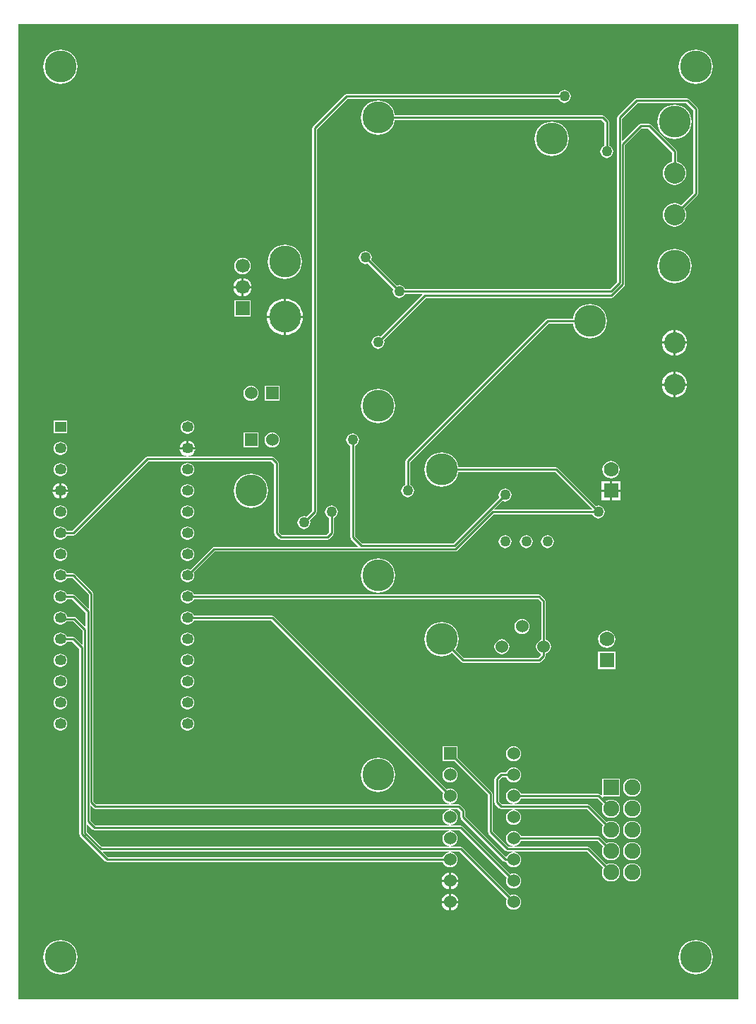
<source format=gbl>
G04 Layer_Physical_Order=2*
G04 Layer_Color=11436288*
%FSLAX25Y25*%
%MOIN*%
G70*
G01*
G75*
%ADD36C,0.01000*%
%ADD37C,0.08000*%
%ADD38C,0.06693*%
%ADD39R,0.06693X0.06693*%
%ADD40R,0.06000X0.06000*%
%ADD41C,0.06000*%
%ADD42R,0.07087X0.07087*%
%ADD43C,0.07000*%
%ADD44C,0.15000*%
%ADD45C,0.05000*%
%ADD46R,0.07500X0.07500*%
%ADD47C,0.07500*%
%ADD48C,0.10000*%
%ADD49R,0.05500X0.05000*%
%ADD50O,0.05500X0.05000*%
G36*
X620000Y90000D02*
X620000Y90000D01*
X620000Y90000D01*
X280000D01*
Y550000D01*
X620000D01*
Y90000D01*
D02*
G37*
%LPC*%
G36*
X360250Y263026D02*
X359750D01*
X358967Y262923D01*
X358237Y262620D01*
X357610Y262140D01*
X357130Y261513D01*
X356827Y260783D01*
X356724Y260000D01*
X356827Y259217D01*
X357130Y258487D01*
X357610Y257860D01*
X358237Y257380D01*
X358967Y257077D01*
X359750Y256974D01*
X360250D01*
X361033Y257077D01*
X361763Y257380D01*
X362390Y257860D01*
X362871Y258487D01*
X363173Y259217D01*
X363276Y260000D01*
X363173Y260783D01*
X362871Y261513D01*
X362390Y262140D01*
X361763Y262620D01*
X361033Y262923D01*
X360250Y263026D01*
D02*
G37*
G36*
X558000Y264035D02*
X556956Y263897D01*
X555983Y263494D01*
X555147Y262853D01*
X554506Y262017D01*
X554103Y261044D01*
X553966Y260000D01*
X554103Y258956D01*
X554506Y257983D01*
X555147Y257147D01*
X555983Y256506D01*
X556956Y256103D01*
X558000Y255965D01*
X559044Y256103D01*
X560017Y256506D01*
X560853Y257147D01*
X561494Y257983D01*
X561897Y258956D01*
X562035Y260000D01*
X561897Y261044D01*
X561494Y262017D01*
X560853Y262853D01*
X560017Y263494D01*
X559044Y263897D01*
X558000Y264035D01*
D02*
G37*
G36*
X518000Y269530D02*
X517086Y269410D01*
X516235Y269057D01*
X515504Y268496D01*
X514943Y267765D01*
X514590Y266914D01*
X514470Y266000D01*
X514590Y265086D01*
X514943Y264235D01*
X515504Y263504D01*
X516235Y262943D01*
X517086Y262590D01*
X518000Y262470D01*
X518914Y262590D01*
X519765Y262943D01*
X520496Y263504D01*
X521057Y264235D01*
X521410Y265086D01*
X521530Y266000D01*
X521410Y266914D01*
X521057Y267765D01*
X520496Y268496D01*
X519765Y269057D01*
X518914Y269410D01*
X518000Y269530D01*
D02*
G37*
G36*
X450000Y298039D02*
X448432Y297884D01*
X446924Y297427D01*
X445534Y296684D01*
X444316Y295684D01*
X443316Y294466D01*
X442573Y293076D01*
X442116Y291568D01*
X441961Y290000D01*
X442116Y288432D01*
X442573Y286924D01*
X443316Y285534D01*
X444316Y284316D01*
X445534Y283316D01*
X446924Y282573D01*
X448432Y282116D01*
X450000Y281961D01*
X451568Y282116D01*
X453076Y282573D01*
X454466Y283316D01*
X455684Y284316D01*
X456684Y285534D01*
X457427Y286924D01*
X457884Y288432D01*
X458039Y290000D01*
X457884Y291568D01*
X457427Y293076D01*
X456684Y294466D01*
X455684Y295684D01*
X454466Y296684D01*
X453076Y297427D01*
X451568Y297884D01*
X450000Y298039D01*
D02*
G37*
G36*
X300250Y293026D02*
X299750D01*
X298967Y292923D01*
X298237Y292620D01*
X297610Y292140D01*
X297130Y291513D01*
X296827Y290783D01*
X296724Y290000D01*
X296827Y289217D01*
X297130Y288487D01*
X297610Y287860D01*
X298237Y287380D01*
X298967Y287077D01*
X299750Y286974D01*
X300250D01*
X301033Y287077D01*
X301763Y287380D01*
X302390Y287860D01*
X302870Y288487D01*
X303075Y288980D01*
X305578D01*
X313480Y281078D01*
Y274615D01*
X313018Y274424D01*
X306721Y280721D01*
X306390Y280942D01*
X306000Y281020D01*
X303075D01*
X302870Y281513D01*
X302390Y282140D01*
X301763Y282621D01*
X301033Y282923D01*
X300250Y283026D01*
X299750D01*
X298967Y282923D01*
X298237Y282621D01*
X297610Y282140D01*
X297130Y281513D01*
X296827Y280783D01*
X296724Y280000D01*
X296827Y279217D01*
X297130Y278487D01*
X297610Y277860D01*
X298237Y277379D01*
X298967Y277077D01*
X299750Y276974D01*
X300250D01*
X301033Y277077D01*
X301763Y277379D01*
X302390Y277860D01*
X302870Y278487D01*
X303075Y278980D01*
X305578D01*
X311980Y272578D01*
Y266115D01*
X311519Y265924D01*
X307100Y270342D01*
X306769Y270563D01*
X306379Y270641D01*
X303191D01*
X303173Y270783D01*
X302870Y271513D01*
X302390Y272140D01*
X301763Y272621D01*
X301033Y272923D01*
X300250Y273026D01*
X299750D01*
X298967Y272923D01*
X298237Y272621D01*
X297610Y272140D01*
X297130Y271513D01*
X296827Y270783D01*
X296724Y270000D01*
X296827Y269217D01*
X297130Y268487D01*
X297610Y267860D01*
X298237Y267379D01*
X298967Y267077D01*
X299750Y266974D01*
X300250D01*
X301033Y267077D01*
X301763Y267379D01*
X302390Y267860D01*
X302870Y268487D01*
X302918Y268602D01*
X305956D01*
X310480Y264078D01*
Y257615D01*
X310018Y257423D01*
X306721Y260721D01*
X306390Y260942D01*
X306000Y261020D01*
X303075D01*
X302870Y261513D01*
X302390Y262140D01*
X301763Y262620D01*
X301033Y262923D01*
X300250Y263026D01*
X299750D01*
X298967Y262923D01*
X298237Y262620D01*
X297610Y262140D01*
X297130Y261513D01*
X296827Y260783D01*
X296724Y260000D01*
X296827Y259217D01*
X297130Y258487D01*
X297610Y257860D01*
X298237Y257380D01*
X298967Y257077D01*
X299750Y256974D01*
X300250D01*
X301033Y257077D01*
X301763Y257380D01*
X302390Y257860D01*
X302870Y258487D01*
X303075Y258980D01*
X305578D01*
X308980Y255578D01*
Y168000D01*
X309058Y167610D01*
X309279Y167279D01*
X321279Y155279D01*
X321610Y155058D01*
X322000Y154980D01*
X480634D01*
X480943Y154235D01*
X481504Y153504D01*
X482235Y152943D01*
X483086Y152590D01*
X484000Y152470D01*
X484914Y152590D01*
X485765Y152943D01*
X486496Y153504D01*
X487057Y154235D01*
X487410Y155086D01*
X487530Y156000D01*
X487410Y156914D01*
X487057Y157765D01*
X486496Y158496D01*
X485765Y159057D01*
X484914Y159410D01*
X484378Y159480D01*
X484411Y159980D01*
X488578D01*
X510899Y137659D01*
X510590Y136914D01*
X510470Y136000D01*
X510590Y135086D01*
X510943Y134235D01*
X511504Y133504D01*
X512235Y132943D01*
X513086Y132590D01*
X514000Y132470D01*
X514914Y132590D01*
X515765Y132943D01*
X516496Y133504D01*
X517057Y134235D01*
X517410Y135086D01*
X517530Y136000D01*
X517410Y136914D01*
X517057Y137765D01*
X516496Y138496D01*
X515765Y139057D01*
X514914Y139410D01*
X514000Y139530D01*
X513086Y139410D01*
X512341Y139101D01*
X489721Y161721D01*
X489390Y161942D01*
X489000Y162020D01*
X484411D01*
X484378Y162520D01*
X484914Y162590D01*
X485765Y162943D01*
X486496Y163504D01*
X487057Y164235D01*
X487410Y165086D01*
X487530Y166000D01*
X487410Y166914D01*
X487057Y167765D01*
X486496Y168496D01*
X485765Y169057D01*
X484914Y169410D01*
X484378Y169480D01*
X484411Y169980D01*
X488578D01*
X510899Y147659D01*
X510590Y146914D01*
X510470Y146000D01*
X510590Y145086D01*
X510943Y144235D01*
X511504Y143504D01*
X512235Y142943D01*
X513086Y142590D01*
X514000Y142470D01*
X514914Y142590D01*
X515765Y142943D01*
X516496Y143504D01*
X517057Y144235D01*
X517410Y145086D01*
X517530Y146000D01*
X517410Y146914D01*
X517057Y147765D01*
X516496Y148496D01*
X515765Y149057D01*
X514914Y149410D01*
X514000Y149530D01*
X513086Y149410D01*
X512341Y149101D01*
X489721Y171721D01*
X489390Y171942D01*
X489000Y172020D01*
X484411D01*
X484378Y172520D01*
X484914Y172590D01*
X485765Y172943D01*
X486496Y173504D01*
X487057Y174235D01*
X487410Y175086D01*
X487530Y176000D01*
X487410Y176914D01*
X487057Y177765D01*
X486496Y178496D01*
X485765Y179057D01*
X484914Y179410D01*
X484378Y179480D01*
X484411Y179980D01*
X487578D01*
X488980Y178578D01*
Y176000D01*
X489058Y175610D01*
X489279Y175279D01*
X509279Y155279D01*
X509610Y155058D01*
X510000Y154980D01*
X510634D01*
X510943Y154235D01*
X511504Y153504D01*
X512235Y152943D01*
X513086Y152590D01*
X514000Y152470D01*
X514914Y152590D01*
X515765Y152943D01*
X516496Y153504D01*
X517057Y154235D01*
X517410Y155086D01*
X517530Y156000D01*
X517410Y156914D01*
X517057Y157765D01*
X516496Y158496D01*
X515765Y159057D01*
X514914Y159410D01*
X514378Y159480D01*
X514411Y159980D01*
X548578D01*
X556343Y152215D01*
X556288Y152143D01*
X555859Y151110D01*
X555713Y150000D01*
X555859Y148890D01*
X556288Y147857D01*
X556969Y146969D01*
X557857Y146288D01*
X558890Y145859D01*
X560000Y145713D01*
X561109Y145859D01*
X562143Y146288D01*
X563031Y146969D01*
X563712Y147857D01*
X564141Y148890D01*
X564287Y150000D01*
X564141Y151110D01*
X563712Y152143D01*
X563031Y153031D01*
X562143Y153712D01*
X561109Y154141D01*
X560000Y154287D01*
X558890Y154141D01*
X557857Y153712D01*
X557785Y153657D01*
X549721Y161721D01*
X549390Y161942D01*
X549000Y162020D01*
X514411D01*
X514378Y162520D01*
X514914Y162590D01*
X515765Y162943D01*
X516496Y163504D01*
X517057Y164235D01*
X517366Y164980D01*
X553578D01*
X556343Y162215D01*
X556288Y162143D01*
X555859Y161109D01*
X555713Y160000D01*
X555859Y158890D01*
X556288Y157857D01*
X556969Y156969D01*
X557857Y156288D01*
X558890Y155859D01*
X560000Y155713D01*
X561109Y155859D01*
X562143Y156288D01*
X563031Y156969D01*
X563712Y157857D01*
X564141Y158890D01*
X564287Y160000D01*
X564141Y161109D01*
X563712Y162143D01*
X563031Y163031D01*
X562143Y163712D01*
X561109Y164141D01*
X560000Y164287D01*
X558890Y164141D01*
X557857Y163712D01*
X557785Y163657D01*
X554721Y166721D01*
X554390Y166942D01*
X554000Y167020D01*
X517366D01*
X517057Y167765D01*
X516496Y168496D01*
X515765Y169057D01*
X514914Y169410D01*
X514000Y169530D01*
X513086Y169410D01*
X512235Y169057D01*
X511504Y168496D01*
X510943Y167765D01*
X510590Y166914D01*
X510470Y166000D01*
X510590Y165086D01*
X510943Y164235D01*
X511504Y163504D01*
X512235Y162943D01*
X513086Y162590D01*
X513622Y162520D01*
X513589Y162020D01*
X511422D01*
X504020Y169422D01*
Y187000D01*
X503942Y187390D01*
X503721Y187721D01*
X487500Y203942D01*
Y209500D01*
X480500D01*
Y202500D01*
X486058D01*
X501980Y186578D01*
Y169000D01*
X502058Y168610D01*
X502279Y168279D01*
X510279Y160279D01*
X510610Y160058D01*
X511000Y159980D01*
X513589D01*
X513622Y159480D01*
X513086Y159410D01*
X512235Y159057D01*
X511504Y158496D01*
X510943Y157765D01*
X510778Y157368D01*
X510189Y157253D01*
X491020Y176422D01*
Y179000D01*
X490942Y179390D01*
X490721Y179721D01*
X488721Y181721D01*
X488390Y181942D01*
X488000Y182020D01*
X484411D01*
X484378Y182520D01*
X484914Y182590D01*
X485765Y182943D01*
X486496Y183504D01*
X487057Y184235D01*
X487410Y185086D01*
X487530Y186000D01*
X487410Y186914D01*
X487057Y187765D01*
X486496Y188496D01*
X485765Y189057D01*
X484914Y189410D01*
X484000Y189530D01*
X483086Y189410D01*
X482341Y189101D01*
X400721Y270721D01*
X400390Y270942D01*
X400000Y271020D01*
X363075D01*
X362871Y271513D01*
X362390Y272140D01*
X361763Y272621D01*
X361033Y272923D01*
X360250Y273026D01*
X359750D01*
X358967Y272923D01*
X358237Y272621D01*
X357610Y272140D01*
X357130Y271513D01*
X356827Y270783D01*
X356724Y270000D01*
X356827Y269217D01*
X357130Y268487D01*
X357610Y267860D01*
X358237Y267379D01*
X358967Y267077D01*
X359750Y266974D01*
X360250D01*
X361033Y267077D01*
X361763Y267379D01*
X362390Y267860D01*
X362871Y268487D01*
X363075Y268980D01*
X399578D01*
X480899Y187659D01*
X480590Y186914D01*
X480470Y186000D01*
X480590Y185086D01*
X480943Y184235D01*
X481504Y183504D01*
X482235Y182943D01*
X483086Y182590D01*
X483622Y182520D01*
X483589Y182020D01*
X316922D01*
X315520Y183422D01*
Y281500D01*
X315442Y281890D01*
X315221Y282221D01*
X306721Y290721D01*
X306390Y290942D01*
X306000Y291020D01*
X303075D01*
X302870Y291513D01*
X302390Y292140D01*
X301763Y292620D01*
X301033Y292923D01*
X300250Y293026D01*
D02*
G37*
G36*
X508500Y260030D02*
X507586Y259910D01*
X506735Y259557D01*
X506004Y258996D01*
X505443Y258265D01*
X505090Y257414D01*
X504970Y256500D01*
X505090Y255586D01*
X505443Y254735D01*
X506004Y254004D01*
X506735Y253443D01*
X507586Y253090D01*
X508500Y252970D01*
X509414Y253090D01*
X510265Y253443D01*
X510996Y254004D01*
X511557Y254735D01*
X511910Y255586D01*
X512030Y256500D01*
X511910Y257414D01*
X511557Y258265D01*
X510996Y258996D01*
X510265Y259557D01*
X509414Y259910D01*
X508500Y260030D01*
D02*
G37*
G36*
X562043Y254043D02*
X553957D01*
Y245957D01*
X562043D01*
Y254043D01*
D02*
G37*
G36*
X360250Y243026D02*
X359750D01*
X358967Y242923D01*
X358237Y242620D01*
X357610Y242140D01*
X357130Y241513D01*
X356827Y240783D01*
X356724Y240000D01*
X356827Y239217D01*
X357130Y238487D01*
X357610Y237860D01*
X358237Y237380D01*
X358967Y237077D01*
X359750Y236974D01*
X360250D01*
X361033Y237077D01*
X361763Y237380D01*
X362390Y237860D01*
X362871Y238487D01*
X363173Y239217D01*
X363276Y240000D01*
X363173Y240783D01*
X362871Y241513D01*
X362390Y242140D01*
X361763Y242620D01*
X361033Y242923D01*
X360250Y243026D01*
D02*
G37*
G36*
X300250Y253026D02*
X299750D01*
X298967Y252923D01*
X298237Y252621D01*
X297610Y252140D01*
X297130Y251513D01*
X296827Y250783D01*
X296724Y250000D01*
X296827Y249217D01*
X297130Y248487D01*
X297610Y247860D01*
X298237Y247379D01*
X298967Y247077D01*
X299750Y246974D01*
X300250D01*
X301033Y247077D01*
X301763Y247379D01*
X302390Y247860D01*
X302870Y248487D01*
X303173Y249217D01*
X303276Y250000D01*
X303173Y250783D01*
X302870Y251513D01*
X302390Y252140D01*
X301763Y252621D01*
X301033Y252923D01*
X300250Y253026D01*
D02*
G37*
G36*
X360250Y283026D02*
X359750D01*
X358967Y282923D01*
X358237Y282621D01*
X357610Y282140D01*
X357130Y281513D01*
X356827Y280783D01*
X356724Y280000D01*
X356827Y279217D01*
X357130Y278487D01*
X357610Y277860D01*
X358237Y277379D01*
X358967Y277077D01*
X359750Y276974D01*
X360250D01*
X361033Y277077D01*
X361763Y277379D01*
X362390Y277860D01*
X362871Y278487D01*
X363075Y278980D01*
X525578D01*
X527165Y277393D01*
Y259866D01*
X526420Y259557D01*
X525689Y258996D01*
X525128Y258265D01*
X524775Y257414D01*
X524655Y256500D01*
X524775Y255586D01*
X525128Y254735D01*
X525689Y254004D01*
X526420Y253443D01*
X526980Y253211D01*
Y252422D01*
X525578Y251020D01*
X490422D01*
X486334Y255108D01*
X486684Y255534D01*
X487427Y256924D01*
X487884Y258432D01*
X488039Y260000D01*
X487884Y261568D01*
X487427Y263076D01*
X486684Y264466D01*
X485684Y265684D01*
X484466Y266684D01*
X483076Y267427D01*
X481568Y267884D01*
X480000Y268039D01*
X478432Y267884D01*
X476924Y267427D01*
X475534Y266684D01*
X474316Y265684D01*
X473316Y264466D01*
X472573Y263076D01*
X472116Y261568D01*
X471961Y260000D01*
X472116Y258432D01*
X472573Y256924D01*
X473316Y255534D01*
X474316Y254316D01*
X475534Y253316D01*
X476924Y252573D01*
X478432Y252116D01*
X480000Y251961D01*
X481568Y252116D01*
X483076Y252573D01*
X484466Y253316D01*
X484892Y253666D01*
X489279Y249279D01*
X489610Y249058D01*
X490000Y248980D01*
X526000D01*
X526390Y249058D01*
X526721Y249279D01*
X528721Y251279D01*
X528942Y251610D01*
X529020Y252000D01*
Y253080D01*
X529099Y253090D01*
X529950Y253443D01*
X530681Y254004D01*
X531242Y254735D01*
X531595Y255586D01*
X531715Y256500D01*
X531595Y257414D01*
X531242Y258265D01*
X530681Y258996D01*
X529950Y259557D01*
X529205Y259866D01*
Y277815D01*
X529127Y278205D01*
X528906Y278536D01*
X526721Y280721D01*
X526390Y280942D01*
X526000Y281020D01*
X363075D01*
X362871Y281513D01*
X362390Y282140D01*
X361763Y282621D01*
X361033Y282923D01*
X360250Y283026D01*
D02*
G37*
G36*
Y253026D02*
X359750D01*
X358967Y252923D01*
X358237Y252621D01*
X357610Y252140D01*
X357130Y251513D01*
X356827Y250783D01*
X356724Y250000D01*
X356827Y249217D01*
X357130Y248487D01*
X357610Y247860D01*
X358237Y247379D01*
X358967Y247077D01*
X359750Y246974D01*
X360250D01*
X361033Y247077D01*
X361763Y247379D01*
X362390Y247860D01*
X362871Y248487D01*
X363173Y249217D01*
X363276Y250000D01*
X363173Y250783D01*
X362871Y251513D01*
X362390Y252140D01*
X361763Y252621D01*
X361033Y252923D01*
X360250Y253026D01*
D02*
G37*
G36*
X300250Y303026D02*
X299750D01*
X298967Y302923D01*
X298237Y302621D01*
X297610Y302140D01*
X297130Y301513D01*
X296827Y300783D01*
X296724Y300000D01*
X296827Y299217D01*
X297130Y298487D01*
X297610Y297860D01*
X298237Y297379D01*
X298967Y297077D01*
X299750Y296974D01*
X300250D01*
X301033Y297077D01*
X301763Y297379D01*
X302390Y297860D01*
X302870Y298487D01*
X303173Y299217D01*
X303276Y300000D01*
X303173Y300783D01*
X302870Y301513D01*
X302390Y302140D01*
X301763Y302621D01*
X301033Y302923D01*
X300250Y303026D01*
D02*
G37*
G36*
X360250Y323026D02*
X359750D01*
X358967Y322923D01*
X358237Y322621D01*
X357610Y322140D01*
X357130Y321513D01*
X356827Y320783D01*
X356724Y320000D01*
X356827Y319217D01*
X357130Y318487D01*
X357610Y317860D01*
X358237Y317379D01*
X358967Y317077D01*
X359750Y316974D01*
X360250D01*
X361033Y317077D01*
X361763Y317379D01*
X362390Y317860D01*
X362871Y318487D01*
X363173Y319217D01*
X363276Y320000D01*
X363173Y320783D01*
X362871Y321513D01*
X362390Y322140D01*
X361763Y322621D01*
X361033Y322923D01*
X360250Y323026D01*
D02*
G37*
G36*
X300250D02*
X299750D01*
X298967Y322923D01*
X298237Y322621D01*
X297610Y322140D01*
X297130Y321513D01*
X296827Y320783D01*
X296724Y320000D01*
X296827Y319217D01*
X297130Y318487D01*
X297610Y317860D01*
X298237Y317379D01*
X298967Y317077D01*
X299750Y316974D01*
X300250D01*
X301033Y317077D01*
X301763Y317379D01*
X302390Y317860D01*
X302870Y318487D01*
X303173Y319217D01*
X303276Y320000D01*
X303173Y320783D01*
X302870Y321513D01*
X302390Y322140D01*
X301763Y322621D01*
X301033Y322923D01*
X300250Y323026D01*
D02*
G37*
G36*
X438000Y357026D02*
X437217Y356923D01*
X436487Y356621D01*
X435860Y356140D01*
X435380Y355513D01*
X435077Y354783D01*
X434974Y354000D01*
X435077Y353217D01*
X435380Y352487D01*
X435860Y351860D01*
X436487Y351379D01*
X436980Y351175D01*
Y308000D01*
X437058Y307610D01*
X437279Y307279D01*
X440577Y303981D01*
X440385Y303520D01*
X372500D01*
X372110Y303442D01*
X371779Y303221D01*
X361350Y292792D01*
X361033Y292923D01*
X360250Y293026D01*
X359750D01*
X358967Y292923D01*
X358237Y292620D01*
X357610Y292140D01*
X357130Y291513D01*
X356827Y290783D01*
X356724Y290000D01*
X356827Y289217D01*
X357130Y288487D01*
X357610Y287860D01*
X358237Y287380D01*
X358967Y287077D01*
X359750Y286974D01*
X360250D01*
X361033Y287077D01*
X361763Y287380D01*
X362390Y287860D01*
X362871Y288487D01*
X363173Y289217D01*
X363276Y290000D01*
X363173Y290783D01*
X362895Y291453D01*
X372922Y301480D01*
X486621D01*
X487011Y301558D01*
X487342Y301779D01*
X504544Y318980D01*
X551175D01*
X551379Y318487D01*
X551860Y317860D01*
X552487Y317379D01*
X553217Y317077D01*
X554000Y316974D01*
X554783Y317077D01*
X555513Y317379D01*
X556140Y317860D01*
X556621Y318487D01*
X556923Y319217D01*
X557026Y320000D01*
X556923Y320783D01*
X556621Y321513D01*
X556140Y322140D01*
X555513Y322621D01*
X554783Y322923D01*
X554000Y323026D01*
X553217Y322923D01*
X552724Y322718D01*
X534721Y340721D01*
X534390Y340942D01*
X534000Y341020D01*
X487938D01*
X487884Y341568D01*
X487427Y343076D01*
X486684Y344466D01*
X485684Y345684D01*
X484466Y346684D01*
X483076Y347427D01*
X481568Y347884D01*
X480000Y348039D01*
X478432Y347884D01*
X476924Y347427D01*
X475534Y346684D01*
X474316Y345684D01*
X473316Y344466D01*
X472573Y343076D01*
X472116Y341568D01*
X471961Y340000D01*
X472116Y338432D01*
X472573Y336924D01*
X473316Y335534D01*
X474316Y334316D01*
X475534Y333316D01*
X476924Y332573D01*
X478432Y332116D01*
X480000Y331961D01*
X481568Y332116D01*
X483076Y332573D01*
X484466Y333316D01*
X485684Y334316D01*
X486684Y335534D01*
X487427Y336924D01*
X487884Y338432D01*
X487938Y338980D01*
X533578D01*
X551039Y321520D01*
X550831Y321020D01*
X505115D01*
X504923Y321481D01*
X508723Y325282D01*
X509217Y325077D01*
X510000Y324974D01*
X510783Y325077D01*
X511513Y325379D01*
X512140Y325860D01*
X512620Y326487D01*
X512923Y327217D01*
X513026Y328000D01*
X512923Y328783D01*
X512620Y329513D01*
X512140Y330140D01*
X511513Y330621D01*
X510783Y330923D01*
X510000Y331026D01*
X509217Y330923D01*
X508487Y330621D01*
X507860Y330140D01*
X507379Y329513D01*
X507077Y328783D01*
X506974Y328000D01*
X507077Y327217D01*
X507282Y326724D01*
X485578Y305020D01*
X442422D01*
X439020Y308422D01*
Y351175D01*
X439513Y351379D01*
X440140Y351860D01*
X440621Y352487D01*
X440923Y353217D01*
X441026Y354000D01*
X440923Y354783D01*
X440621Y355513D01*
X440140Y356140D01*
X439513Y356621D01*
X438783Y356923D01*
X438000Y357026D01*
D02*
G37*
G36*
X559500Y329500D02*
X555457D01*
Y325457D01*
X559500D01*
Y329500D01*
D02*
G37*
G36*
X390000Y338039D02*
X388432Y337884D01*
X386924Y337427D01*
X385534Y336684D01*
X384316Y335684D01*
X383316Y334466D01*
X382573Y333076D01*
X382116Y331568D01*
X381961Y330000D01*
X382116Y328432D01*
X382573Y326924D01*
X383316Y325534D01*
X384316Y324316D01*
X385534Y323316D01*
X386924Y322573D01*
X388432Y322116D01*
X390000Y321961D01*
X391568Y322116D01*
X393076Y322573D01*
X394466Y323316D01*
X395684Y324316D01*
X396684Y325534D01*
X397427Y326924D01*
X397884Y328432D01*
X398039Y330000D01*
X397884Y331568D01*
X397427Y333076D01*
X396684Y334466D01*
X395684Y335684D01*
X394466Y336684D01*
X393076Y337427D01*
X391568Y337884D01*
X390000Y338039D01*
D02*
G37*
G36*
X363714Y349500D02*
X356286D01*
X356340Y349086D01*
X356693Y348235D01*
X357254Y347504D01*
X357985Y346943D01*
X358836Y346590D01*
X359372Y346520D01*
X359339Y346020D01*
X341000D01*
X340610Y345942D01*
X340279Y345721D01*
X305578Y311020D01*
X303075D01*
X302870Y311513D01*
X302390Y312140D01*
X301763Y312620D01*
X301033Y312923D01*
X300250Y313026D01*
X299750D01*
X298967Y312923D01*
X298237Y312620D01*
X297610Y312140D01*
X297130Y311513D01*
X296827Y310783D01*
X296724Y310000D01*
X296827Y309217D01*
X297130Y308487D01*
X297610Y307860D01*
X298237Y307380D01*
X298967Y307077D01*
X299750Y306974D01*
X300250D01*
X301033Y307077D01*
X301763Y307380D01*
X302390Y307860D01*
X302870Y308487D01*
X303075Y308980D01*
X306000D01*
X306390Y309058D01*
X306721Y309279D01*
X341422Y343980D01*
X399578D01*
X400980Y342578D01*
Y310000D01*
X401058Y309610D01*
X401279Y309279D01*
X403279Y307279D01*
X403610Y307058D01*
X404000Y306980D01*
X426000D01*
X426390Y307058D01*
X426721Y307279D01*
X428721Y309279D01*
X428942Y309610D01*
X429020Y310000D01*
Y317175D01*
X429513Y317379D01*
X430140Y317860D01*
X430620Y318487D01*
X430923Y319217D01*
X431026Y320000D01*
X430923Y320783D01*
X430620Y321513D01*
X430140Y322140D01*
X429513Y322621D01*
X428783Y322923D01*
X428000Y323026D01*
X427217Y322923D01*
X426487Y322621D01*
X425860Y322140D01*
X425380Y321513D01*
X425077Y320783D01*
X424974Y320000D01*
X425077Y319217D01*
X425380Y318487D01*
X425860Y317860D01*
X426487Y317379D01*
X426980Y317175D01*
Y310422D01*
X425578Y309020D01*
X404422D01*
X403020Y310422D01*
Y343000D01*
X402942Y343390D01*
X402721Y343721D01*
X400721Y345721D01*
X400390Y345942D01*
X400000Y346020D01*
X360661D01*
X360628Y346520D01*
X361164Y346590D01*
X362015Y346943D01*
X362746Y347504D01*
X363307Y348235D01*
X363660Y349086D01*
X363714Y349500D01*
D02*
G37*
G36*
X510000Y309026D02*
X509217Y308923D01*
X508487Y308621D01*
X507860Y308140D01*
X507379Y307513D01*
X507077Y306783D01*
X506974Y306000D01*
X507077Y305217D01*
X507379Y304487D01*
X507860Y303860D01*
X508487Y303380D01*
X509217Y303077D01*
X510000Y302974D01*
X510783Y303077D01*
X511513Y303380D01*
X512140Y303860D01*
X512620Y304487D01*
X512923Y305217D01*
X513026Y306000D01*
X512923Y306783D01*
X512620Y307513D01*
X512140Y308140D01*
X511513Y308621D01*
X510783Y308923D01*
X510000Y309026D01*
D02*
G37*
G36*
X360250Y303026D02*
X359750D01*
X358967Y302923D01*
X358237Y302621D01*
X357610Y302140D01*
X357130Y301513D01*
X356827Y300783D01*
X356724Y300000D01*
X356827Y299217D01*
X357130Y298487D01*
X357610Y297860D01*
X358237Y297379D01*
X358967Y297077D01*
X359750Y296974D01*
X360250D01*
X361033Y297077D01*
X361763Y297379D01*
X362390Y297860D01*
X362871Y298487D01*
X363173Y299217D01*
X363276Y300000D01*
X363173Y300783D01*
X362871Y301513D01*
X362390Y302140D01*
X361763Y302621D01*
X361033Y302923D01*
X360250Y303026D01*
D02*
G37*
G36*
X520000Y309026D02*
X519217Y308923D01*
X518487Y308621D01*
X517860Y308140D01*
X517380Y307513D01*
X517077Y306783D01*
X516974Y306000D01*
X517077Y305217D01*
X517380Y304487D01*
X517860Y303860D01*
X518487Y303380D01*
X519217Y303077D01*
X520000Y302974D01*
X520783Y303077D01*
X521513Y303380D01*
X522140Y303860D01*
X522620Y304487D01*
X522923Y305217D01*
X523026Y306000D01*
X522923Y306783D01*
X522620Y307513D01*
X522140Y308140D01*
X521513Y308621D01*
X520783Y308923D01*
X520000Y309026D01*
D02*
G37*
G36*
X360250Y313026D02*
X359750D01*
X358967Y312923D01*
X358237Y312620D01*
X357610Y312140D01*
X357130Y311513D01*
X356827Y310783D01*
X356724Y310000D01*
X356827Y309217D01*
X357130Y308487D01*
X357610Y307860D01*
X358237Y307380D01*
X358967Y307077D01*
X359750Y306974D01*
X360250D01*
X361033Y307077D01*
X361763Y307380D01*
X362390Y307860D01*
X362871Y308487D01*
X363173Y309217D01*
X363276Y310000D01*
X363173Y310783D01*
X362871Y311513D01*
X362390Y312140D01*
X361763Y312620D01*
X361033Y312923D01*
X360250Y313026D01*
D02*
G37*
G36*
X530000Y309026D02*
X529217Y308923D01*
X528487Y308621D01*
X527860Y308140D01*
X527380Y307513D01*
X527077Y306783D01*
X526974Y306000D01*
X527077Y305217D01*
X527380Y304487D01*
X527860Y303860D01*
X528487Y303380D01*
X529217Y303077D01*
X530000Y302974D01*
X530783Y303077D01*
X531513Y303380D01*
X532140Y303860D01*
X532620Y304487D01*
X532923Y305217D01*
X533026Y306000D01*
X532923Y306783D01*
X532620Y307513D01*
X532140Y308140D01*
X531513Y308621D01*
X530783Y308923D01*
X530000Y309026D01*
D02*
G37*
G36*
X300250Y243026D02*
X299750D01*
X298967Y242923D01*
X298237Y242620D01*
X297610Y242140D01*
X297130Y241513D01*
X296827Y240783D01*
X296724Y240000D01*
X296827Y239217D01*
X297130Y238487D01*
X297610Y237860D01*
X298237Y237380D01*
X298967Y237077D01*
X299750Y236974D01*
X300250D01*
X301033Y237077D01*
X301763Y237380D01*
X302390Y237860D01*
X302870Y238487D01*
X303173Y239217D01*
X303276Y240000D01*
X303173Y240783D01*
X302870Y241513D01*
X302390Y242140D01*
X301763Y242620D01*
X301033Y242923D01*
X300250Y243026D01*
D02*
G37*
G36*
X487969Y145500D02*
X484500D01*
Y142031D01*
X485044Y142103D01*
X486017Y142506D01*
X486853Y143147D01*
X487494Y143983D01*
X487897Y144956D01*
X487969Y145500D01*
D02*
G37*
G36*
X483500D02*
X480031D01*
X480103Y144956D01*
X480506Y143983D01*
X481147Y143147D01*
X481983Y142506D01*
X482956Y142103D01*
X483500Y142031D01*
Y145500D01*
D02*
G37*
G36*
X570000Y154287D02*
X568890Y154141D01*
X567857Y153712D01*
X566969Y153031D01*
X566288Y152143D01*
X565859Y151110D01*
X565713Y150000D01*
X565859Y148890D01*
X566288Y147857D01*
X566969Y146969D01*
X567857Y146288D01*
X568890Y145859D01*
X570000Y145713D01*
X571109Y145859D01*
X572143Y146288D01*
X573031Y146969D01*
X573712Y147857D01*
X574141Y148890D01*
X574287Y150000D01*
X574141Y151110D01*
X573712Y152143D01*
X573031Y153031D01*
X572143Y153712D01*
X571109Y154141D01*
X570000Y154287D01*
D02*
G37*
G36*
X484500Y149969D02*
Y146500D01*
X487969D01*
X487897Y147044D01*
X487494Y148017D01*
X486853Y148853D01*
X486017Y149494D01*
X485044Y149897D01*
X484500Y149969D01*
D02*
G37*
G36*
X483500D02*
X482956Y149897D01*
X481983Y149494D01*
X481147Y148853D01*
X480506Y148017D01*
X480103Y147044D01*
X480031Y146500D01*
X483500D01*
Y149969D01*
D02*
G37*
G36*
X484500Y139969D02*
Y136500D01*
X487969D01*
X487897Y137044D01*
X487494Y138017D01*
X486853Y138853D01*
X486017Y139494D01*
X485044Y139897D01*
X484500Y139969D01*
D02*
G37*
G36*
X600000Y118039D02*
X598432Y117884D01*
X596924Y117427D01*
X595534Y116684D01*
X594316Y115684D01*
X593316Y114466D01*
X592573Y113076D01*
X592116Y111568D01*
X591961Y110000D01*
X592116Y108432D01*
X592573Y106924D01*
X593316Y105534D01*
X594316Y104316D01*
X595534Y103316D01*
X596924Y102573D01*
X598432Y102116D01*
X600000Y101961D01*
X601568Y102116D01*
X603076Y102573D01*
X604466Y103316D01*
X605684Y104316D01*
X606684Y105534D01*
X607427Y106924D01*
X607884Y108432D01*
X608039Y110000D01*
X607884Y111568D01*
X607427Y113076D01*
X606684Y114466D01*
X605684Y115684D01*
X604466Y116684D01*
X603076Y117427D01*
X601568Y117884D01*
X600000Y118039D01*
D02*
G37*
G36*
X300000D02*
X298432Y117884D01*
X296924Y117427D01*
X295534Y116684D01*
X294316Y115684D01*
X293316Y114466D01*
X292573Y113076D01*
X292116Y111568D01*
X291961Y110000D01*
X292116Y108432D01*
X292573Y106924D01*
X293316Y105534D01*
X294316Y104316D01*
X295534Y103316D01*
X296924Y102573D01*
X298432Y102116D01*
X300000Y101961D01*
X301568Y102116D01*
X303076Y102573D01*
X304466Y103316D01*
X305684Y104316D01*
X306684Y105534D01*
X307427Y106924D01*
X307884Y108432D01*
X308039Y110000D01*
X307884Y111568D01*
X307427Y113076D01*
X306684Y114466D01*
X305684Y115684D01*
X304466Y116684D01*
X303076Y117427D01*
X301568Y117884D01*
X300000Y118039D01*
D02*
G37*
G36*
X483500Y135500D02*
X480031D01*
X480103Y134956D01*
X480506Y133983D01*
X481147Y133147D01*
X481983Y132506D01*
X482956Y132103D01*
X483500Y132031D01*
Y135500D01*
D02*
G37*
G36*
Y139969D02*
X482956Y139897D01*
X481983Y139494D01*
X481147Y138853D01*
X480506Y138017D01*
X480103Y137044D01*
X480031Y136500D01*
X483500D01*
Y139969D01*
D02*
G37*
G36*
X487969Y135500D02*
X484500D01*
Y132031D01*
X485044Y132103D01*
X486017Y132506D01*
X486853Y133147D01*
X487494Y133983D01*
X487897Y134956D01*
X487969Y135500D01*
D02*
G37*
G36*
X570000Y164287D02*
X568890Y164141D01*
X567857Y163712D01*
X566969Y163031D01*
X566288Y162143D01*
X565859Y161109D01*
X565713Y160000D01*
X565859Y158890D01*
X566288Y157857D01*
X566969Y156969D01*
X567857Y156288D01*
X568890Y155859D01*
X570000Y155713D01*
X571109Y155859D01*
X572143Y156288D01*
X573031Y156969D01*
X573712Y157857D01*
X574141Y158890D01*
X574287Y160000D01*
X574141Y161109D01*
X573712Y162143D01*
X573031Y163031D01*
X572143Y163712D01*
X571109Y164141D01*
X570000Y164287D01*
D02*
G37*
G36*
X300250Y223026D02*
X299750D01*
X298967Y222923D01*
X298237Y222621D01*
X297610Y222140D01*
X297130Y221513D01*
X296827Y220783D01*
X296724Y220000D01*
X296827Y219217D01*
X297130Y218487D01*
X297610Y217860D01*
X298237Y217379D01*
X298967Y217077D01*
X299750Y216974D01*
X300250D01*
X301033Y217077D01*
X301763Y217379D01*
X302390Y217860D01*
X302870Y218487D01*
X303173Y219217D01*
X303276Y220000D01*
X303173Y220783D01*
X302870Y221513D01*
X302390Y222140D01*
X301763Y222621D01*
X301033Y222923D01*
X300250Y223026D01*
D02*
G37*
G36*
X514000Y209530D02*
X513086Y209410D01*
X512235Y209057D01*
X511504Y208496D01*
X510943Y207765D01*
X510590Y206914D01*
X510470Y206000D01*
X510590Y205086D01*
X510943Y204235D01*
X511504Y203504D01*
X512235Y202943D01*
X513086Y202590D01*
X514000Y202470D01*
X514914Y202590D01*
X515765Y202943D01*
X516496Y203504D01*
X517057Y204235D01*
X517410Y205086D01*
X517530Y206000D01*
X517410Y206914D01*
X517057Y207765D01*
X516496Y208496D01*
X515765Y209057D01*
X514914Y209410D01*
X514000Y209530D01*
D02*
G37*
G36*
X360250Y223026D02*
X359750D01*
X358967Y222923D01*
X358237Y222621D01*
X357610Y222140D01*
X357130Y221513D01*
X356827Y220783D01*
X356724Y220000D01*
X356827Y219217D01*
X357130Y218487D01*
X357610Y217860D01*
X358237Y217379D01*
X358967Y217077D01*
X359750Y216974D01*
X360250D01*
X361033Y217077D01*
X361763Y217379D01*
X362390Y217860D01*
X362871Y218487D01*
X363173Y219217D01*
X363276Y220000D01*
X363173Y220783D01*
X362871Y221513D01*
X362390Y222140D01*
X361763Y222621D01*
X361033Y222923D01*
X360250Y223026D01*
D02*
G37*
G36*
Y233026D02*
X359750D01*
X358967Y232923D01*
X358237Y232621D01*
X357610Y232140D01*
X357130Y231513D01*
X356827Y230783D01*
X356724Y230000D01*
X356827Y229217D01*
X357130Y228487D01*
X357610Y227860D01*
X358237Y227379D01*
X358967Y227077D01*
X359750Y226974D01*
X360250D01*
X361033Y227077D01*
X361763Y227379D01*
X362390Y227860D01*
X362871Y228487D01*
X363173Y229217D01*
X363276Y230000D01*
X363173Y230783D01*
X362871Y231513D01*
X362390Y232140D01*
X361763Y232621D01*
X361033Y232923D01*
X360250Y233026D01*
D02*
G37*
G36*
X300250D02*
X299750D01*
X298967Y232923D01*
X298237Y232621D01*
X297610Y232140D01*
X297130Y231513D01*
X296827Y230783D01*
X296724Y230000D01*
X296827Y229217D01*
X297130Y228487D01*
X297610Y227860D01*
X298237Y227379D01*
X298967Y227077D01*
X299750Y226974D01*
X300250D01*
X301033Y227077D01*
X301763Y227379D01*
X302390Y227860D01*
X302870Y228487D01*
X303173Y229217D01*
X303276Y230000D01*
X303173Y230783D01*
X302870Y231513D01*
X302390Y232140D01*
X301763Y232621D01*
X301033Y232923D01*
X300250Y233026D01*
D02*
G37*
G36*
X514000Y199530D02*
X513086Y199410D01*
X512235Y199057D01*
X511504Y198496D01*
X510943Y197765D01*
X510634Y197020D01*
X508000D01*
X507610Y196942D01*
X507279Y196721D01*
X505279Y194721D01*
X505058Y194390D01*
X504980Y194000D01*
Y183000D01*
X505058Y182610D01*
X505279Y182279D01*
X507279Y180279D01*
X507610Y180058D01*
X508000Y179980D01*
X513589D01*
X513622Y179480D01*
X513086Y179410D01*
X512235Y179057D01*
X511504Y178496D01*
X510943Y177765D01*
X510590Y176914D01*
X510470Y176000D01*
X510590Y175086D01*
X510943Y174235D01*
X511504Y173504D01*
X512235Y172943D01*
X513086Y172590D01*
X514000Y172470D01*
X514914Y172590D01*
X515765Y172943D01*
X516496Y173504D01*
X517057Y174235D01*
X517410Y175086D01*
X517530Y176000D01*
X517410Y176914D01*
X517057Y177765D01*
X516496Y178496D01*
X515765Y179057D01*
X514914Y179410D01*
X514378Y179480D01*
X514411Y179980D01*
X548578D01*
X556343Y172215D01*
X556288Y172143D01*
X555859Y171109D01*
X555713Y170000D01*
X555859Y168891D01*
X556288Y167857D01*
X556969Y166969D01*
X557857Y166288D01*
X558890Y165859D01*
X560000Y165713D01*
X561109Y165859D01*
X562143Y166288D01*
X563031Y166969D01*
X563712Y167857D01*
X564141Y168891D01*
X564287Y170000D01*
X564141Y171109D01*
X563712Y172143D01*
X563031Y173031D01*
X562143Y173712D01*
X561109Y174141D01*
X560000Y174287D01*
X558890Y174141D01*
X557857Y173712D01*
X557785Y173657D01*
X549721Y181721D01*
X549390Y181942D01*
X549000Y182020D01*
X514411D01*
X514378Y182520D01*
X514914Y182590D01*
X515765Y182943D01*
X516496Y183504D01*
X517057Y184235D01*
X517366Y184980D01*
X553578D01*
X556343Y182215D01*
X556288Y182143D01*
X555859Y181109D01*
X555713Y180000D01*
X555859Y178891D01*
X556288Y177857D01*
X556969Y176969D01*
X557857Y176288D01*
X558890Y175859D01*
X560000Y175713D01*
X561109Y175859D01*
X562143Y176288D01*
X563031Y176969D01*
X563712Y177857D01*
X564141Y178891D01*
X564287Y180000D01*
X564141Y181109D01*
X563712Y182143D01*
X563031Y183031D01*
X562143Y183712D01*
X561109Y184141D01*
X560000Y184287D01*
X558890Y184141D01*
X557857Y183712D01*
X557785Y183657D01*
X556192Y185250D01*
X556399Y185750D01*
X564250D01*
Y194250D01*
X555750D01*
Y186399D01*
X555250Y186192D01*
X554721Y186721D01*
X554390Y186942D01*
X554000Y187020D01*
X517366D01*
X517057Y187765D01*
X516496Y188496D01*
X515765Y189057D01*
X514914Y189410D01*
X514000Y189530D01*
X513086Y189410D01*
X512235Y189057D01*
X511504Y188496D01*
X510943Y187765D01*
X510590Y186914D01*
X510470Y186000D01*
X510590Y185086D01*
X510943Y184235D01*
X511504Y183504D01*
X512235Y182943D01*
X513086Y182590D01*
X513622Y182520D01*
X513589Y182020D01*
X508422D01*
X507020Y183422D01*
Y193578D01*
X508422Y194980D01*
X510634D01*
X510943Y194235D01*
X511504Y193504D01*
X512235Y192943D01*
X513086Y192590D01*
X514000Y192470D01*
X514914Y192590D01*
X515765Y192943D01*
X516496Y193504D01*
X517057Y194235D01*
X517410Y195086D01*
X517530Y196000D01*
X517410Y196914D01*
X517057Y197765D01*
X516496Y198496D01*
X515765Y199057D01*
X514914Y199410D01*
X514000Y199530D01*
D02*
G37*
G36*
X570000Y184287D02*
X568890Y184141D01*
X567857Y183712D01*
X566969Y183031D01*
X566288Y182143D01*
X565859Y181109D01*
X565713Y180000D01*
X565859Y178891D01*
X566288Y177857D01*
X566969Y176969D01*
X567857Y176288D01*
X568890Y175859D01*
X570000Y175713D01*
X571109Y175859D01*
X572143Y176288D01*
X573031Y176969D01*
X573712Y177857D01*
X574141Y178891D01*
X574287Y180000D01*
X574141Y181109D01*
X573712Y182143D01*
X573031Y183031D01*
X572143Y183712D01*
X571109Y184141D01*
X570000Y184287D01*
D02*
G37*
G36*
Y174287D02*
X568890Y174141D01*
X567857Y173712D01*
X566969Y173031D01*
X566288Y172143D01*
X565859Y171109D01*
X565713Y170000D01*
X565859Y168891D01*
X566288Y167857D01*
X566969Y166969D01*
X567857Y166288D01*
X568890Y165859D01*
X570000Y165713D01*
X571109Y165859D01*
X572143Y166288D01*
X573031Y166969D01*
X573712Y167857D01*
X574141Y168891D01*
X574287Y170000D01*
X574141Y171109D01*
X573712Y172143D01*
X573031Y173031D01*
X572143Y173712D01*
X571109Y174141D01*
X570000Y174287D01*
D02*
G37*
G36*
Y194287D02*
X568890Y194141D01*
X567857Y193712D01*
X566969Y193031D01*
X566288Y192143D01*
X565859Y191110D01*
X565713Y190000D01*
X565859Y188891D01*
X566288Y187857D01*
X566969Y186969D01*
X567857Y186288D01*
X568890Y185859D01*
X570000Y185713D01*
X571109Y185859D01*
X572143Y186288D01*
X573031Y186969D01*
X573712Y187857D01*
X574141Y188891D01*
X574287Y190000D01*
X574141Y191110D01*
X573712Y192143D01*
X573031Y193031D01*
X572143Y193712D01*
X571109Y194141D01*
X570000Y194287D01*
D02*
G37*
G36*
X484000Y199530D02*
X483086Y199410D01*
X482235Y199057D01*
X481504Y198496D01*
X480943Y197765D01*
X480590Y196914D01*
X480470Y196000D01*
X480590Y195086D01*
X480943Y194235D01*
X481504Y193504D01*
X482235Y192943D01*
X483086Y192590D01*
X484000Y192470D01*
X484914Y192590D01*
X485765Y192943D01*
X486496Y193504D01*
X487057Y194235D01*
X487410Y195086D01*
X487530Y196000D01*
X487410Y196914D01*
X487057Y197765D01*
X486496Y198496D01*
X485765Y199057D01*
X484914Y199410D01*
X484000Y199530D01*
D02*
G37*
G36*
X450000Y204039D02*
X448432Y203884D01*
X446924Y203427D01*
X445534Y202684D01*
X444316Y201684D01*
X443316Y200466D01*
X442573Y199076D01*
X442116Y197568D01*
X441961Y196000D01*
X442116Y194432D01*
X442573Y192924D01*
X443316Y191534D01*
X444316Y190316D01*
X445534Y189316D01*
X446924Y188573D01*
X448432Y188116D01*
X450000Y187961D01*
X451568Y188116D01*
X453076Y188573D01*
X454466Y189316D01*
X455684Y190316D01*
X456684Y191534D01*
X457427Y192924D01*
X457884Y194432D01*
X458039Y196000D01*
X457884Y197568D01*
X457427Y199076D01*
X456684Y200466D01*
X455684Y201684D01*
X454466Y202684D01*
X453076Y203427D01*
X451568Y203884D01*
X450000Y204039D01*
D02*
G37*
G36*
X564543Y329500D02*
X560500D01*
Y325457D01*
X564543D01*
Y329500D01*
D02*
G37*
G36*
X405500Y420492D02*
X404334Y420377D01*
X402731Y419891D01*
X401255Y419102D01*
X399960Y418040D01*
X398898Y416745D01*
X398109Y415269D01*
X397623Y413666D01*
X397508Y412500D01*
X405500D01*
Y420492D01*
D02*
G37*
G36*
X389846Y419846D02*
X382154D01*
Y412154D01*
X389846D01*
Y419846D01*
D02*
G37*
G36*
X414492Y411500D02*
X406500D01*
Y403508D01*
X407666Y403623D01*
X409269Y404109D01*
X410745Y404898D01*
X412040Y405961D01*
X413102Y407255D01*
X413891Y408731D01*
X414377Y410334D01*
X414492Y411500D01*
D02*
G37*
G36*
X390318Y425500D02*
X386500D01*
Y421682D01*
X387135Y421765D01*
X388192Y422203D01*
X389100Y422900D01*
X389797Y423808D01*
X390235Y424865D01*
X390318Y425500D01*
D02*
G37*
G36*
X385500D02*
X381682D01*
X381765Y424865D01*
X382203Y423808D01*
X382900Y422900D01*
X383808Y422203D01*
X384865Y421765D01*
X385500Y421682D01*
Y425500D01*
D02*
G37*
G36*
X406500Y420492D02*
Y412500D01*
X414492D01*
X414377Y413666D01*
X413891Y415269D01*
X413102Y416745D01*
X412040Y418040D01*
X410745Y419102D01*
X409269Y419891D01*
X407666Y420377D01*
X406500Y420492D01*
D02*
G37*
G36*
X589500Y405822D02*
X588824Y405756D01*
X587693Y405413D01*
X586651Y404855D01*
X585737Y404106D01*
X584987Y403192D01*
X584430Y402150D01*
X584087Y401019D01*
X584020Y400343D01*
X589500D01*
Y405822D01*
D02*
G37*
G36*
X595980Y399343D02*
X590500D01*
Y393863D01*
X591176Y393929D01*
X592307Y394272D01*
X593350Y394830D01*
X594263Y395579D01*
X595013Y396493D01*
X595570Y397535D01*
X595913Y398666D01*
X595980Y399343D01*
D02*
G37*
G36*
X589500D02*
X584020D01*
X584087Y398666D01*
X584430Y397535D01*
X584987Y396493D01*
X585737Y395579D01*
X586651Y394830D01*
X587693Y394272D01*
X588824Y393929D01*
X589500Y393863D01*
Y399343D01*
D02*
G37*
G36*
X405500Y411500D02*
X397508D01*
X397623Y410334D01*
X398109Y408731D01*
X398898Y407255D01*
X399960Y405961D01*
X401255Y404898D01*
X402731Y404109D01*
X404334Y403623D01*
X405500Y403508D01*
Y411500D01*
D02*
G37*
G36*
X550000Y418039D02*
X548432Y417884D01*
X546924Y417427D01*
X545534Y416684D01*
X544316Y415684D01*
X543316Y414466D01*
X542573Y413076D01*
X542116Y411568D01*
X542062Y411020D01*
X530000D01*
X529610Y410942D01*
X529279Y410721D01*
X463279Y344721D01*
X463058Y344390D01*
X462980Y344000D01*
Y332825D01*
X462487Y332621D01*
X461860Y332140D01*
X461379Y331513D01*
X461077Y330783D01*
X460974Y330000D01*
X461077Y329217D01*
X461379Y328487D01*
X461860Y327860D01*
X462487Y327379D01*
X463217Y327077D01*
X464000Y326974D01*
X464783Y327077D01*
X465513Y327379D01*
X466140Y327860D01*
X466620Y328487D01*
X466923Y329217D01*
X467026Y330000D01*
X466923Y330783D01*
X466620Y331513D01*
X466140Y332140D01*
X465513Y332621D01*
X465020Y332825D01*
Y343578D01*
X530422Y408980D01*
X542062D01*
X542116Y408432D01*
X542573Y406924D01*
X543316Y405534D01*
X544316Y404316D01*
X545534Y403316D01*
X546924Y402573D01*
X548432Y402116D01*
X550000Y401961D01*
X551568Y402116D01*
X553076Y402573D01*
X554466Y403316D01*
X555684Y404316D01*
X556684Y405534D01*
X557427Y406924D01*
X557884Y408432D01*
X558039Y410000D01*
X557884Y411568D01*
X557427Y413076D01*
X556684Y414466D01*
X555684Y415684D01*
X554466Y416684D01*
X553076Y417427D01*
X551568Y417884D01*
X550000Y418039D01*
D02*
G37*
G36*
X590500Y405822D02*
Y400343D01*
X595980D01*
X595913Y401019D01*
X595570Y402150D01*
X595013Y403192D01*
X594263Y404106D01*
X593350Y404855D01*
X592307Y405413D01*
X591176Y405756D01*
X590500Y405822D01*
D02*
G37*
G36*
X590000Y512039D02*
X588432Y511884D01*
X586924Y511427D01*
X585534Y510684D01*
X584316Y509684D01*
X583316Y508466D01*
X582573Y507076D01*
X582116Y505568D01*
X581961Y504000D01*
X582116Y502432D01*
X582573Y500924D01*
X583316Y499534D01*
X584316Y498316D01*
X585534Y497316D01*
X586924Y496573D01*
X588432Y496116D01*
X590000Y495961D01*
X591568Y496116D01*
X593076Y496573D01*
X594466Y497316D01*
X595684Y498316D01*
X596684Y499534D01*
X597427Y500924D01*
X597884Y502432D01*
X598039Y504000D01*
X597884Y505568D01*
X597427Y507076D01*
X596684Y508466D01*
X595684Y509684D01*
X594466Y510684D01*
X593076Y511427D01*
X591568Y511884D01*
X590000Y512039D01*
D02*
G37*
G36*
X532000Y504039D02*
X530432Y503884D01*
X528924Y503427D01*
X527534Y502684D01*
X526316Y501684D01*
X525316Y500466D01*
X524573Y499076D01*
X524116Y497568D01*
X523961Y496000D01*
X524116Y494432D01*
X524573Y492924D01*
X525316Y491534D01*
X526316Y490316D01*
X527534Y489316D01*
X528924Y488573D01*
X530432Y488116D01*
X532000Y487961D01*
X533568Y488116D01*
X535076Y488573D01*
X536466Y489316D01*
X537684Y490316D01*
X538684Y491534D01*
X539427Y492924D01*
X539884Y494432D01*
X540039Y496000D01*
X539884Y497568D01*
X539427Y499076D01*
X538684Y500466D01*
X537684Y501684D01*
X536466Y502684D01*
X535076Y503427D01*
X533568Y503884D01*
X532000Y504039D01*
D02*
G37*
G36*
X450000Y514039D02*
X448432Y513884D01*
X446924Y513427D01*
X445534Y512684D01*
X444316Y511684D01*
X443316Y510466D01*
X442573Y509076D01*
X442116Y507568D01*
X441961Y506000D01*
X442116Y504432D01*
X442573Y502924D01*
X443316Y501534D01*
X444316Y500316D01*
X445534Y499316D01*
X446924Y498573D01*
X448432Y498116D01*
X450000Y497961D01*
X451568Y498116D01*
X453076Y498573D01*
X454466Y499316D01*
X455684Y500316D01*
X456684Y501534D01*
X457427Y502924D01*
X457884Y504432D01*
X457938Y504980D01*
X555578D01*
X556980Y503578D01*
Y492825D01*
X556487Y492621D01*
X555860Y492140D01*
X555379Y491513D01*
X555077Y490783D01*
X554974Y490000D01*
X555077Y489217D01*
X555379Y488487D01*
X555860Y487860D01*
X556487Y487380D01*
X557217Y487077D01*
X558000Y486974D01*
X558783Y487077D01*
X559513Y487380D01*
X560140Y487860D01*
X560620Y488487D01*
X560923Y489217D01*
X561026Y490000D01*
X560923Y490783D01*
X560620Y491513D01*
X560140Y492140D01*
X559513Y492621D01*
X559020Y492825D01*
Y504000D01*
X558942Y504390D01*
X558721Y504721D01*
X556721Y506721D01*
X556390Y506942D01*
X556000Y507020D01*
X457938D01*
X457884Y507568D01*
X457427Y509076D01*
X456684Y510466D01*
X455684Y511684D01*
X454466Y512684D01*
X453076Y513427D01*
X451568Y513884D01*
X450000Y514039D01*
D02*
G37*
G36*
X600000Y538039D02*
X598432Y537884D01*
X596924Y537427D01*
X595534Y536684D01*
X594316Y535684D01*
X593316Y534466D01*
X592573Y533076D01*
X592116Y531568D01*
X591961Y530000D01*
X592116Y528432D01*
X592573Y526924D01*
X593316Y525534D01*
X594316Y524316D01*
X595534Y523316D01*
X596924Y522573D01*
X598432Y522116D01*
X600000Y521961D01*
X601568Y522116D01*
X603076Y522573D01*
X604466Y523316D01*
X605684Y524316D01*
X606684Y525534D01*
X607427Y526924D01*
X607884Y528432D01*
X608039Y530000D01*
X607884Y531568D01*
X607427Y533076D01*
X606684Y534466D01*
X605684Y535684D01*
X604466Y536684D01*
X603076Y537427D01*
X601568Y537884D01*
X600000Y538039D01*
D02*
G37*
G36*
X300000D02*
X298432Y537884D01*
X296924Y537427D01*
X295534Y536684D01*
X294316Y535684D01*
X293316Y534466D01*
X292573Y533076D01*
X292116Y531568D01*
X291961Y530000D01*
X292116Y528432D01*
X292573Y526924D01*
X293316Y525534D01*
X294316Y524316D01*
X295534Y523316D01*
X296924Y522573D01*
X298432Y522116D01*
X300000Y521961D01*
X301568Y522116D01*
X303076Y522573D01*
X304466Y523316D01*
X305684Y524316D01*
X306684Y525534D01*
X307427Y526924D01*
X307884Y528432D01*
X308039Y530000D01*
X307884Y531568D01*
X307427Y533076D01*
X306684Y534466D01*
X305684Y535684D01*
X304466Y536684D01*
X303076Y537427D01*
X301568Y537884D01*
X300000Y538039D01*
D02*
G37*
G36*
X538000Y519026D02*
X537217Y518923D01*
X536487Y518620D01*
X535860Y518140D01*
X535380Y517513D01*
X535175Y517020D01*
X435000D01*
X434610Y516942D01*
X434279Y516721D01*
X419279Y501721D01*
X419058Y501390D01*
X418980Y501000D01*
Y320422D01*
X416277Y317718D01*
X415783Y317923D01*
X415000Y318026D01*
X414217Y317923D01*
X413487Y317620D01*
X412860Y317140D01*
X412380Y316513D01*
X412077Y315783D01*
X411974Y315000D01*
X412077Y314217D01*
X412380Y313487D01*
X412860Y312860D01*
X413487Y312380D01*
X414217Y312077D01*
X415000Y311974D01*
X415783Y312077D01*
X416513Y312380D01*
X417140Y312860D01*
X417621Y313487D01*
X417923Y314217D01*
X418026Y315000D01*
X417923Y315783D01*
X417718Y316277D01*
X420721Y319279D01*
X420942Y319610D01*
X421020Y320000D01*
Y500578D01*
X435422Y514980D01*
X535175D01*
X535380Y514487D01*
X535860Y513860D01*
X536487Y513379D01*
X537217Y513077D01*
X538000Y512974D01*
X538783Y513077D01*
X539513Y513379D01*
X540140Y513860D01*
X540621Y514487D01*
X540923Y515217D01*
X541026Y516000D01*
X540923Y516783D01*
X540621Y517513D01*
X540140Y518140D01*
X539513Y518620D01*
X538783Y518923D01*
X538000Y519026D01*
D02*
G37*
G36*
X590000Y444039D02*
X588432Y443884D01*
X586924Y443427D01*
X585534Y442684D01*
X584316Y441684D01*
X583316Y440466D01*
X582573Y439076D01*
X582116Y437568D01*
X581961Y436000D01*
X582116Y434432D01*
X582573Y432924D01*
X583316Y431534D01*
X584316Y430316D01*
X585534Y429316D01*
X586924Y428573D01*
X588432Y428116D01*
X590000Y427961D01*
X591568Y428116D01*
X593076Y428573D01*
X594466Y429316D01*
X595684Y430316D01*
X596684Y431534D01*
X597427Y432924D01*
X597884Y434432D01*
X598039Y436000D01*
X597884Y437568D01*
X597427Y439076D01*
X596684Y440466D01*
X595684Y441684D01*
X594466Y442684D01*
X593076Y443427D01*
X591568Y443884D01*
X590000Y444039D01*
D02*
G37*
G36*
X386500Y430318D02*
Y426500D01*
X390318D01*
X390235Y427135D01*
X389797Y428192D01*
X389100Y429100D01*
X388192Y429797D01*
X387135Y430235D01*
X386500Y430318D01*
D02*
G37*
G36*
X385500D02*
X384865Y430235D01*
X383808Y429797D01*
X382900Y429100D01*
X382203Y428192D01*
X381765Y427135D01*
X381682Y426500D01*
X385500D01*
Y430318D01*
D02*
G37*
G36*
X596000Y515020D02*
X572000D01*
X571610Y514942D01*
X571279Y514721D01*
X563279Y506721D01*
X563058Y506390D01*
X562980Y506000D01*
Y428422D01*
X559578Y425020D01*
X462825D01*
X462620Y425513D01*
X462140Y426140D01*
X461513Y426620D01*
X460783Y426923D01*
X460000Y427026D01*
X459217Y426923D01*
X458723Y426718D01*
X446718Y438724D01*
X446923Y439217D01*
X447026Y440000D01*
X446923Y440783D01*
X446621Y441513D01*
X446140Y442140D01*
X445513Y442621D01*
X444783Y442923D01*
X444000Y443026D01*
X443217Y442923D01*
X442487Y442621D01*
X441860Y442140D01*
X441379Y441513D01*
X441077Y440783D01*
X440974Y440000D01*
X441077Y439217D01*
X441379Y438487D01*
X441860Y437860D01*
X442487Y437380D01*
X443217Y437077D01*
X444000Y436974D01*
X444783Y437077D01*
X445276Y437282D01*
X457282Y425277D01*
X457077Y424783D01*
X456974Y424000D01*
X457077Y423217D01*
X457379Y422487D01*
X457860Y421860D01*
X458487Y421380D01*
X459217Y421077D01*
X460000Y420974D01*
X460783Y421077D01*
X461513Y421380D01*
X462140Y421860D01*
X462620Y422487D01*
X462825Y422980D01*
X470831D01*
X471038Y422480D01*
X451276Y402718D01*
X450783Y402923D01*
X450000Y403026D01*
X449217Y402923D01*
X448487Y402621D01*
X447860Y402140D01*
X447379Y401513D01*
X447077Y400783D01*
X446974Y400000D01*
X447077Y399217D01*
X447379Y398487D01*
X447860Y397860D01*
X448487Y397379D01*
X449217Y397077D01*
X450000Y396974D01*
X450783Y397077D01*
X451513Y397379D01*
X452140Y397860D01*
X452621Y398487D01*
X452923Y399217D01*
X453026Y400000D01*
X452923Y400783D01*
X452718Y401276D01*
X472422Y420980D01*
X560121D01*
X560511Y421058D01*
X560842Y421279D01*
X566221Y426658D01*
X566442Y426989D01*
X566520Y427379D01*
Y493078D01*
X574422Y500980D01*
X577578D01*
X588980Y489578D01*
Y485256D01*
X588564Y485201D01*
X587226Y484647D01*
X586077Y483765D01*
X585196Y482616D01*
X584642Y481278D01*
X584452Y479843D01*
X584642Y478407D01*
X585196Y477069D01*
X586077Y475920D01*
X587226Y475038D01*
X588564Y474484D01*
X590000Y474295D01*
X591436Y474484D01*
X592774Y475038D01*
X593923Y475920D01*
X594804Y477069D01*
X595358Y478407D01*
X595547Y479843D01*
X595358Y481278D01*
X594804Y482616D01*
X593923Y483765D01*
X592774Y484647D01*
X591436Y485201D01*
X591020Y485256D01*
Y490000D01*
X590942Y490390D01*
X590721Y490721D01*
X578721Y502721D01*
X578390Y502942D01*
X578000Y503020D01*
X574000D01*
X573610Y502942D01*
X573279Y502721D01*
X565482Y494923D01*
X565020Y495115D01*
Y505578D01*
X572422Y512980D01*
X595578D01*
X598980Y509578D01*
Y470422D01*
X593196Y464638D01*
X592774Y464962D01*
X591436Y465516D01*
X590000Y465705D01*
X588564Y465516D01*
X587226Y464962D01*
X586077Y464080D01*
X585196Y462931D01*
X584642Y461593D01*
X584452Y460157D01*
X584642Y458722D01*
X585196Y457384D01*
X586077Y456235D01*
X587226Y455353D01*
X588564Y454799D01*
X590000Y454610D01*
X591436Y454799D01*
X592774Y455353D01*
X593923Y456235D01*
X594804Y457384D01*
X595358Y458722D01*
X595547Y460157D01*
X595358Y461593D01*
X594804Y462931D01*
X594617Y463175D01*
X600721Y469279D01*
X600942Y469610D01*
X601020Y470000D01*
Y510000D01*
X600942Y510390D01*
X600721Y510721D01*
X596721Y514721D01*
X596390Y514942D01*
X596000Y515020D01*
D02*
G37*
G36*
X386000Y439880D02*
X384996Y439747D01*
X384060Y439360D01*
X383257Y438743D01*
X382640Y437940D01*
X382253Y437004D01*
X382120Y436000D01*
X382253Y434996D01*
X382640Y434060D01*
X383257Y433257D01*
X384060Y432640D01*
X384996Y432253D01*
X386000Y432120D01*
X387004Y432253D01*
X387940Y432640D01*
X388743Y433257D01*
X389360Y434060D01*
X389747Y434996D01*
X389880Y436000D01*
X389747Y437004D01*
X389360Y437940D01*
X388743Y438743D01*
X387940Y439360D01*
X387004Y439747D01*
X386000Y439880D01*
D02*
G37*
G36*
X406000Y446039D02*
X404432Y445884D01*
X402924Y445427D01*
X401534Y444684D01*
X400316Y443684D01*
X399316Y442466D01*
X398573Y441076D01*
X398116Y439568D01*
X397961Y438000D01*
X398116Y436432D01*
X398573Y434924D01*
X399316Y433534D01*
X400316Y432316D01*
X401534Y431316D01*
X402924Y430573D01*
X404432Y430116D01*
X406000Y429961D01*
X407568Y430116D01*
X409076Y430573D01*
X410466Y431316D01*
X411684Y432316D01*
X412684Y433534D01*
X413427Y434924D01*
X413884Y436432D01*
X414039Y438000D01*
X413884Y439568D01*
X413427Y441076D01*
X412684Y442466D01*
X411684Y443684D01*
X410466Y444684D01*
X409076Y445427D01*
X407568Y445884D01*
X406000Y446039D01*
D02*
G37*
G36*
X400000Y357530D02*
X399086Y357410D01*
X398235Y357057D01*
X397504Y356496D01*
X396943Y355765D01*
X396590Y354914D01*
X396470Y354000D01*
X396590Y353086D01*
X396943Y352235D01*
X397504Y351504D01*
X398235Y350943D01*
X399086Y350590D01*
X400000Y350470D01*
X400914Y350590D01*
X401765Y350943D01*
X402496Y351504D01*
X403057Y352235D01*
X403410Y353086D01*
X403530Y354000D01*
X403410Y354914D01*
X403057Y355765D01*
X402496Y356496D01*
X401765Y357057D01*
X400914Y357410D01*
X400000Y357530D01*
D02*
G37*
G36*
X300250Y353026D02*
X299750D01*
X298967Y352923D01*
X298237Y352621D01*
X297610Y352140D01*
X297130Y351513D01*
X296827Y350783D01*
X296724Y350000D01*
X296827Y349217D01*
X297130Y348487D01*
X297610Y347860D01*
X298237Y347379D01*
X298967Y347077D01*
X299750Y346974D01*
X300250D01*
X301033Y347077D01*
X301763Y347379D01*
X302390Y347860D01*
X302870Y348487D01*
X303173Y349217D01*
X303276Y350000D01*
X303173Y350783D01*
X302870Y351513D01*
X302390Y352140D01*
X301763Y352621D01*
X301033Y352923D01*
X300250Y353026D01*
D02*
G37*
G36*
X360250Y343026D02*
X359750D01*
X358967Y342923D01*
X358237Y342620D01*
X357610Y342140D01*
X357130Y341513D01*
X356827Y340783D01*
X356724Y340000D01*
X356827Y339217D01*
X357130Y338487D01*
X357610Y337860D01*
X358237Y337380D01*
X358967Y337077D01*
X359750Y336974D01*
X360250D01*
X361033Y337077D01*
X361763Y337380D01*
X362390Y337860D01*
X362871Y338487D01*
X363173Y339217D01*
X363276Y340000D01*
X363173Y340783D01*
X362871Y341513D01*
X362390Y342140D01*
X361763Y342620D01*
X361033Y342923D01*
X360250Y343026D01*
D02*
G37*
G36*
X303714Y329500D02*
X300500D01*
Y326503D01*
X301164Y326590D01*
X302015Y326943D01*
X302746Y327504D01*
X303307Y328235D01*
X303660Y329086D01*
X303714Y329500D01*
D02*
G37*
G36*
X360250Y333026D02*
X359750D01*
X358967Y332923D01*
X358237Y332621D01*
X357610Y332140D01*
X357130Y331513D01*
X356827Y330783D01*
X356724Y330000D01*
X356827Y329217D01*
X357130Y328487D01*
X357610Y327860D01*
X358237Y327379D01*
X358967Y327077D01*
X359750Y326974D01*
X360250D01*
X361033Y327077D01*
X361763Y327379D01*
X362390Y327860D01*
X362871Y328487D01*
X363173Y329217D01*
X363276Y330000D01*
X363173Y330783D01*
X362871Y331513D01*
X362390Y332140D01*
X361763Y332621D01*
X361033Y332923D01*
X360250Y333026D01*
D02*
G37*
G36*
X359500Y353497D02*
X358836Y353410D01*
X357985Y353057D01*
X357254Y352496D01*
X356693Y351765D01*
X356340Y350914D01*
X356286Y350500D01*
X359500D01*
Y353497D01*
D02*
G37*
G36*
X559500Y334543D02*
X555457D01*
Y330500D01*
X559500D01*
Y334543D01*
D02*
G37*
G36*
X300500Y333497D02*
Y330500D01*
X303714D01*
X303660Y330914D01*
X303307Y331765D01*
X302746Y332496D01*
X302015Y333057D01*
X301164Y333410D01*
X300500Y333497D01*
D02*
G37*
G36*
X299500D02*
X298836Y333410D01*
X297985Y333057D01*
X297254Y332496D01*
X296693Y331765D01*
X296340Y330914D01*
X296286Y330500D01*
X299500D01*
Y333497D01*
D02*
G37*
G36*
X300250Y343026D02*
X299750D01*
X298967Y342923D01*
X298237Y342620D01*
X297610Y342140D01*
X297130Y341513D01*
X296827Y340783D01*
X296724Y340000D01*
X296827Y339217D01*
X297130Y338487D01*
X297610Y337860D01*
X298237Y337380D01*
X298967Y337077D01*
X299750Y336974D01*
X300250D01*
X301033Y337077D01*
X301763Y337380D01*
X302390Y337860D01*
X302870Y338487D01*
X303173Y339217D01*
X303276Y340000D01*
X303173Y340783D01*
X302870Y341513D01*
X302390Y342140D01*
X301763Y342620D01*
X301033Y342923D01*
X300250Y343026D01*
D02*
G37*
G36*
X560000Y344035D02*
X558956Y343897D01*
X557983Y343494D01*
X557147Y342853D01*
X556506Y342017D01*
X556103Y341044D01*
X555966Y340000D01*
X556103Y338956D01*
X556506Y337983D01*
X557147Y337147D01*
X557983Y336506D01*
X558956Y336103D01*
X560000Y335965D01*
X561044Y336103D01*
X562017Y336506D01*
X562853Y337147D01*
X563494Y337983D01*
X563897Y338956D01*
X564035Y340000D01*
X563897Y341044D01*
X563494Y342017D01*
X562853Y342853D01*
X562017Y343494D01*
X561044Y343897D01*
X560000Y344035D01*
D02*
G37*
G36*
X564543Y334543D02*
X560500D01*
Y330500D01*
X564543D01*
Y334543D01*
D02*
G37*
G36*
X589500Y379657D02*
X584020D01*
X584087Y378981D01*
X584430Y377850D01*
X584987Y376808D01*
X585737Y375894D01*
X586651Y375145D01*
X587693Y374587D01*
X588824Y374244D01*
X589500Y374178D01*
Y379657D01*
D02*
G37*
G36*
X403500Y379500D02*
X396500D01*
Y372500D01*
X403500D01*
Y379500D01*
D02*
G37*
G36*
X390000Y379530D02*
X389086Y379410D01*
X388235Y379057D01*
X387504Y378496D01*
X386943Y377765D01*
X386590Y376914D01*
X386470Y376000D01*
X386590Y375086D01*
X386943Y374235D01*
X387504Y373504D01*
X388235Y372943D01*
X389086Y372590D01*
X390000Y372470D01*
X390914Y372590D01*
X391765Y372943D01*
X392496Y373504D01*
X393057Y374235D01*
X393410Y375086D01*
X393530Y376000D01*
X393410Y376914D01*
X393057Y377765D01*
X392496Y378496D01*
X391765Y379057D01*
X390914Y379410D01*
X390000Y379530D01*
D02*
G37*
G36*
X590500Y386137D02*
Y380657D01*
X595980D01*
X595913Y381334D01*
X595570Y382465D01*
X595013Y383507D01*
X594263Y384421D01*
X593350Y385170D01*
X592307Y385728D01*
X591176Y386071D01*
X590500Y386137D01*
D02*
G37*
G36*
X589500D02*
X588824Y386071D01*
X587693Y385728D01*
X586651Y385170D01*
X585737Y384421D01*
X584987Y383507D01*
X584430Y382465D01*
X584087Y381334D01*
X584020Y380657D01*
X589500D01*
Y386137D01*
D02*
G37*
G36*
X595980Y379657D02*
X590500D01*
Y374178D01*
X591176Y374244D01*
X592307Y374587D01*
X593350Y375145D01*
X594263Y375894D01*
X595013Y376808D01*
X595570Y377850D01*
X595913Y378981D01*
X595980Y379657D01*
D02*
G37*
G36*
X393500Y357500D02*
X386500D01*
Y350500D01*
X393500D01*
Y357500D01*
D02*
G37*
G36*
X299500Y329500D02*
X296286D01*
X296340Y329086D01*
X296693Y328235D01*
X297254Y327504D01*
X297985Y326943D01*
X298836Y326590D01*
X299500Y326503D01*
Y329500D01*
D02*
G37*
G36*
X360500Y353497D02*
Y350500D01*
X363714D01*
X363660Y350914D01*
X363307Y351765D01*
X362746Y352496D01*
X362015Y353057D01*
X361164Y353410D01*
X360500Y353497D01*
D02*
G37*
G36*
X450000Y378039D02*
X448432Y377884D01*
X446924Y377427D01*
X445534Y376684D01*
X444316Y375684D01*
X443316Y374466D01*
X442573Y373076D01*
X442116Y371568D01*
X441961Y370000D01*
X442116Y368432D01*
X442573Y366924D01*
X443316Y365534D01*
X444316Y364316D01*
X445534Y363316D01*
X446924Y362573D01*
X448432Y362116D01*
X450000Y361961D01*
X451568Y362116D01*
X453076Y362573D01*
X454466Y363316D01*
X455684Y364316D01*
X456684Y365534D01*
X457427Y366924D01*
X457884Y368432D01*
X458039Y370000D01*
X457884Y371568D01*
X457427Y373076D01*
X456684Y374466D01*
X455684Y375684D01*
X454466Y376684D01*
X453076Y377427D01*
X451568Y377884D01*
X450000Y378039D01*
D02*
G37*
G36*
X303250Y363000D02*
X296750D01*
Y357000D01*
X303250D01*
Y363000D01*
D02*
G37*
G36*
X360250Y363026D02*
X359750D01*
X358967Y362923D01*
X358237Y362620D01*
X357610Y362140D01*
X357130Y361513D01*
X356827Y360783D01*
X356724Y360000D01*
X356827Y359217D01*
X357130Y358487D01*
X357610Y357860D01*
X358237Y357380D01*
X358967Y357077D01*
X359750Y356974D01*
X360250D01*
X361033Y357077D01*
X361763Y357380D01*
X362390Y357860D01*
X362871Y358487D01*
X363173Y359217D01*
X363276Y360000D01*
X363173Y360783D01*
X362871Y361513D01*
X362390Y362140D01*
X361763Y362620D01*
X361033Y362923D01*
X360250Y363026D01*
D02*
G37*
%LPD*%
G36*
X315779Y180279D02*
X316110Y180058D01*
X316500Y179980D01*
X483589D01*
X483622Y179480D01*
X483086Y179410D01*
X482235Y179057D01*
X481504Y178496D01*
X480943Y177765D01*
X480590Y176914D01*
X480470Y176000D01*
X480590Y175086D01*
X480943Y174235D01*
X481504Y173504D01*
X482235Y172943D01*
X483086Y172590D01*
X483622Y172520D01*
X483589Y172020D01*
X316422D01*
X314020Y174422D01*
Y181385D01*
X314481Y181577D01*
X315779Y180279D01*
D02*
G37*
G36*
X315279Y170279D02*
X315610Y170058D01*
X316000Y169980D01*
X483589D01*
X483622Y169480D01*
X483086Y169410D01*
X482235Y169057D01*
X481504Y168496D01*
X480943Y167765D01*
X480590Y166914D01*
X480470Y166000D01*
X480590Y165086D01*
X480943Y164235D01*
X481504Y163504D01*
X482235Y162943D01*
X483086Y162590D01*
X483622Y162520D01*
X483589Y162020D01*
X319544D01*
X312520Y169044D01*
Y172385D01*
X312982Y172576D01*
X315279Y170279D01*
D02*
G37*
G36*
X483622Y159480D02*
X483086Y159410D01*
X482235Y159057D01*
X481504Y158496D01*
X480943Y157765D01*
X480634Y157020D01*
X322422D01*
X319923Y159519D01*
X320115Y159980D01*
X483589D01*
X483622Y159480D01*
D02*
G37*
D36*
X420000Y501000D02*
X435000Y516000D01*
X420000Y320000D02*
Y501000D01*
X415000Y315000D02*
X420000Y320000D01*
X438000Y308000D02*
Y354000D01*
Y308000D02*
X442000Y304000D01*
X486000D01*
X534000Y340000D02*
X554000Y320000D01*
X480000Y340000D02*
X534000D01*
X530000Y410000D02*
X550000D01*
X464000Y344000D02*
X530000Y410000D01*
X464000Y330000D02*
Y344000D01*
X528000Y252000D02*
Y256315D01*
X526000Y250000D02*
X528000Y252000D01*
X490000Y250000D02*
X526000D01*
X480000Y260000D02*
X490000Y250000D01*
X300000Y310000D02*
X306000D01*
X341000Y345000D02*
X400000D01*
X306000Y310000D02*
X341000Y345000D01*
X400000D02*
X402000Y343000D01*
Y310000D02*
Y343000D01*
Y310000D02*
X404000Y308000D01*
X426000D01*
X428000Y310000D01*
Y320000D01*
X435000Y516000D02*
X538000D01*
X360000Y270000D02*
X400000D01*
X484000Y186000D01*
X511000Y161000D02*
X549000D01*
X503000Y169000D02*
X511000Y161000D01*
X503000Y169000D02*
Y187000D01*
X510000Y156000D02*
X514000D01*
X490000Y176000D02*
X510000Y156000D01*
X490000Y176000D02*
Y179000D01*
X300000Y290000D02*
X306000D01*
X314500Y281500D01*
Y183000D02*
Y281500D01*
Y183000D02*
X316500Y181000D01*
X488000D01*
X490000Y179000D01*
X313000Y174000D02*
Y273000D01*
X306000Y280000D02*
X313000Y273000D01*
X300000Y280000D02*
X306000D01*
X311500Y168621D02*
Y264500D01*
X306379Y269621D02*
X311500Y264500D01*
X300000Y269621D02*
X306379D01*
X313000Y174000D02*
X316000Y171000D01*
X489000D01*
X514000Y146000D01*
X311500Y168621D02*
X319121Y161000D01*
X489000D01*
X322000Y156000D02*
X484000D01*
X310000Y168000D02*
X322000Y156000D01*
X310000Y168000D02*
Y256000D01*
X306000Y260000D02*
X310000Y256000D01*
X489000Y161000D02*
X514000Y136000D01*
X300000Y260000D02*
X306000D01*
X450000Y400000D02*
X472000Y422000D01*
X560121D01*
X565500Y427379D01*
Y493500D01*
X574000Y502000D01*
X578000D01*
X590000Y490000D01*
Y479843D02*
Y490000D01*
X460000Y424000D02*
X560000D01*
X564000Y428000D01*
Y506000D01*
X572000Y514000D01*
X596000D01*
X600000Y510000D01*
Y470000D02*
Y510000D01*
X590157Y460157D02*
X600000Y470000D01*
X444000Y440000D02*
X460000Y424000D01*
X528185Y256500D02*
Y277815D01*
X526000Y280000D02*
X528185Y277815D01*
X360000Y280000D02*
X526000D01*
X504121Y320000D02*
X554000D01*
X486621Y302500D02*
X504121Y320000D01*
X372500Y302500D02*
X486621D01*
X360000Y290000D02*
X372500Y302500D01*
X486000Y304000D02*
X510000Y328000D01*
X450000Y506000D02*
X556000D01*
X558000Y504000D01*
Y490000D02*
Y504000D01*
X549000Y161000D02*
X560000Y150000D01*
X484000Y206000D02*
X503000Y187000D01*
X554000Y166000D02*
X560000Y160000D01*
X514000Y166000D02*
X554000D01*
X549000Y181000D02*
X560000Y170000D01*
X508000Y181000D02*
X549000D01*
X506000Y183000D02*
X508000Y181000D01*
X506000Y183000D02*
Y194000D01*
X508000Y196000D01*
X514000D01*
X554000Y186000D02*
X560000Y180000D01*
X514000Y186000D02*
X554000D01*
D37*
X590000Y460157D02*
X590157D01*
D38*
X386000Y436000D02*
D03*
Y426000D02*
D03*
D39*
Y416000D02*
D03*
D40*
X390000Y354000D02*
D03*
X400000Y376000D02*
D03*
X484000Y206000D02*
D03*
D41*
X400000Y354000D02*
D03*
X390000Y376000D02*
D03*
X528185Y256500D02*
D03*
X518000Y266000D02*
D03*
X508500Y256500D02*
D03*
X484000Y196000D02*
D03*
Y186000D02*
D03*
Y176000D02*
D03*
Y166000D02*
D03*
Y156000D02*
D03*
Y146000D02*
D03*
Y136000D02*
D03*
X514000Y206000D02*
D03*
Y196000D02*
D03*
Y186000D02*
D03*
Y176000D02*
D03*
Y166000D02*
D03*
Y156000D02*
D03*
Y146000D02*
D03*
Y136000D02*
D03*
D42*
X560000Y330000D02*
D03*
X558000Y250000D02*
D03*
D43*
X560000Y340000D02*
D03*
X558000Y260000D02*
D03*
D44*
X390000Y330000D02*
D03*
X480000Y340000D02*
D03*
X450000Y196000D02*
D03*
X480000Y260000D02*
D03*
X450000Y506000D02*
D03*
X590000Y436000D02*
D03*
X532000Y496000D02*
D03*
X590000Y504000D02*
D03*
X550000Y410000D02*
D03*
X450000Y370000D02*
D03*
X406000Y412000D02*
D03*
Y438000D02*
D03*
X450000Y290000D02*
D03*
X600000Y110000D02*
D03*
X300000D02*
D03*
X600000Y530000D02*
D03*
X300000D02*
D03*
D45*
X510000Y306000D02*
D03*
X520000D02*
D03*
X530000D02*
D03*
X438000Y354000D02*
D03*
X428000Y320000D02*
D03*
X415000Y315000D02*
D03*
X450000Y400000D02*
D03*
X460000Y424000D02*
D03*
X444000Y440000D02*
D03*
X554000Y320000D02*
D03*
X510000Y328000D02*
D03*
X464000Y330000D02*
D03*
X538000Y516000D02*
D03*
X558000Y490000D02*
D03*
D46*
X560000Y190000D02*
D03*
D47*
X570000D02*
D03*
X560000Y180000D02*
D03*
X570000D02*
D03*
X560000Y170000D02*
D03*
X570000D02*
D03*
X560000Y160000D02*
D03*
X570000D02*
D03*
X560000Y150000D02*
D03*
X570000D02*
D03*
D48*
X590000Y460157D02*
D03*
Y479843D02*
D03*
Y380157D02*
D03*
Y399843D02*
D03*
D49*
X300000Y360000D02*
D03*
D50*
Y350000D02*
D03*
Y340000D02*
D03*
Y330000D02*
D03*
Y320000D02*
D03*
Y310000D02*
D03*
Y300000D02*
D03*
Y290000D02*
D03*
Y280000D02*
D03*
Y270000D02*
D03*
Y260000D02*
D03*
Y250000D02*
D03*
Y240000D02*
D03*
Y230000D02*
D03*
Y220000D02*
D03*
X360000Y360000D02*
D03*
Y350000D02*
D03*
Y340000D02*
D03*
Y330000D02*
D03*
Y320000D02*
D03*
Y310000D02*
D03*
Y300000D02*
D03*
Y290000D02*
D03*
Y280000D02*
D03*
Y270000D02*
D03*
Y260000D02*
D03*
Y250000D02*
D03*
Y240000D02*
D03*
Y230000D02*
D03*
Y220000D02*
D03*
M02*

</source>
